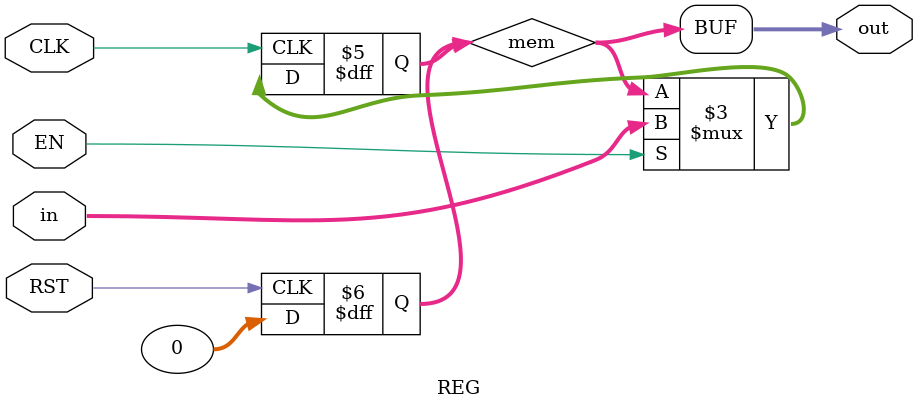
<source format=v>
module REG   #( parameter RST_VAL = 0   )
              ( input CLK,
                input EN,
                input RST,
                input [31:0] in,
                output wire [31:0] out  );
    
    reg [31:0] mem;
    
    // Asynchronous reset
    always @ (posedge RST)
        mem = RST_VAL;
        
    // Synchronous read
    always @ (posedge CLK)
        if (EN)
            mem <= in;
    
    // Asynchronously drive output signal
    assign out = mem;
        
endmodule

</source>
